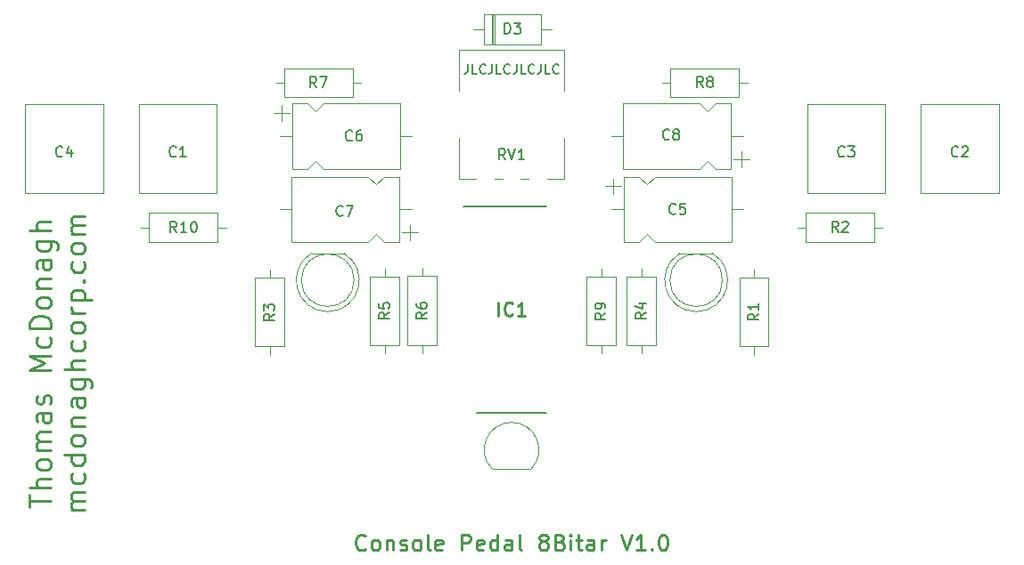
<source format=gbr>
G04 #@! TF.GenerationSoftware,KiCad,Pcbnew,(5.1.7)-1*
G04 #@! TF.CreationDate,2021-02-13T16:44:17-06:00*
G04 #@! TF.ProjectId,ConsolePedal8Bitar,436f6e73-6f6c-4655-9065-64616c384269,rev?*
G04 #@! TF.SameCoordinates,Original*
G04 #@! TF.FileFunction,Legend,Top*
G04 #@! TF.FilePolarity,Positive*
%FSLAX46Y46*%
G04 Gerber Fmt 4.6, Leading zero omitted, Abs format (unit mm)*
G04 Created by KiCad (PCBNEW (5.1.7)-1) date 2021-02-13 16:44:17*
%MOMM*%
%LPD*%
G01*
G04 APERTURE LIST*
%ADD10C,0.150000*%
%ADD11C,0.250000*%
%ADD12C,0.120000*%
%ADD13C,0.200000*%
%ADD14C,0.254000*%
G04 APERTURE END LIST*
D10*
X128557857Y-75707142D02*
X128557857Y-76350000D01*
X128515000Y-76478571D01*
X128429285Y-76564285D01*
X128300714Y-76607142D01*
X128215000Y-76607142D01*
X129415000Y-76607142D02*
X128986428Y-76607142D01*
X128986428Y-75707142D01*
X130229285Y-76521428D02*
X130186428Y-76564285D01*
X130057857Y-76607142D01*
X129972142Y-76607142D01*
X129843571Y-76564285D01*
X129757857Y-76478571D01*
X129715000Y-76392857D01*
X129672142Y-76221428D01*
X129672142Y-76092857D01*
X129715000Y-75921428D01*
X129757857Y-75835714D01*
X129843571Y-75750000D01*
X129972142Y-75707142D01*
X130057857Y-75707142D01*
X130186428Y-75750000D01*
X130229285Y-75792857D01*
X130872142Y-75707142D02*
X130872142Y-76350000D01*
X130829285Y-76478571D01*
X130743571Y-76564285D01*
X130615000Y-76607142D01*
X130529285Y-76607142D01*
X131729285Y-76607142D02*
X131300714Y-76607142D01*
X131300714Y-75707142D01*
X132543571Y-76521428D02*
X132500714Y-76564285D01*
X132372142Y-76607142D01*
X132286428Y-76607142D01*
X132157857Y-76564285D01*
X132072142Y-76478571D01*
X132029285Y-76392857D01*
X131986428Y-76221428D01*
X131986428Y-76092857D01*
X132029285Y-75921428D01*
X132072142Y-75835714D01*
X132157857Y-75750000D01*
X132286428Y-75707142D01*
X132372142Y-75707142D01*
X132500714Y-75750000D01*
X132543571Y-75792857D01*
X133186428Y-75707142D02*
X133186428Y-76350000D01*
X133143571Y-76478571D01*
X133057857Y-76564285D01*
X132929285Y-76607142D01*
X132843571Y-76607142D01*
X134043571Y-76607142D02*
X133615000Y-76607142D01*
X133615000Y-75707142D01*
X134857857Y-76521428D02*
X134815000Y-76564285D01*
X134686428Y-76607142D01*
X134600714Y-76607142D01*
X134472142Y-76564285D01*
X134386428Y-76478571D01*
X134343571Y-76392857D01*
X134300714Y-76221428D01*
X134300714Y-76092857D01*
X134343571Y-75921428D01*
X134386428Y-75835714D01*
X134472142Y-75750000D01*
X134600714Y-75707142D01*
X134686428Y-75707142D01*
X134815000Y-75750000D01*
X134857857Y-75792857D01*
X135500714Y-75707142D02*
X135500714Y-76350000D01*
X135457857Y-76478571D01*
X135372142Y-76564285D01*
X135243571Y-76607142D01*
X135157857Y-76607142D01*
X136357857Y-76607142D02*
X135929285Y-76607142D01*
X135929285Y-75707142D01*
X137172142Y-76521428D02*
X137129285Y-76564285D01*
X137000714Y-76607142D01*
X136915000Y-76607142D01*
X136786428Y-76564285D01*
X136700714Y-76478571D01*
X136657857Y-76392857D01*
X136615000Y-76221428D01*
X136615000Y-76092857D01*
X136657857Y-75921428D01*
X136700714Y-75835714D01*
X136786428Y-75750000D01*
X136915000Y-75707142D01*
X137000714Y-75707142D01*
X137129285Y-75750000D01*
X137172142Y-75792857D01*
D11*
X118822142Y-121820714D02*
X118750714Y-121892142D01*
X118536428Y-121963571D01*
X118393571Y-121963571D01*
X118179285Y-121892142D01*
X118036428Y-121749285D01*
X117964999Y-121606428D01*
X117893571Y-121320714D01*
X117893571Y-121106428D01*
X117964999Y-120820714D01*
X118036428Y-120677857D01*
X118179285Y-120535000D01*
X118393571Y-120463571D01*
X118536428Y-120463571D01*
X118750714Y-120535000D01*
X118822142Y-120606428D01*
X119679285Y-121963571D02*
X119536428Y-121892142D01*
X119464999Y-121820714D01*
X119393571Y-121677857D01*
X119393571Y-121249285D01*
X119464999Y-121106428D01*
X119536428Y-121035000D01*
X119679285Y-120963571D01*
X119893571Y-120963571D01*
X120036428Y-121035000D01*
X120107857Y-121106428D01*
X120179285Y-121249285D01*
X120179285Y-121677857D01*
X120107857Y-121820714D01*
X120036428Y-121892142D01*
X119893571Y-121963571D01*
X119679285Y-121963571D01*
X120822142Y-120963571D02*
X120822142Y-121963571D01*
X120822142Y-121106428D02*
X120893571Y-121035000D01*
X121036428Y-120963571D01*
X121250714Y-120963571D01*
X121393571Y-121035000D01*
X121464999Y-121177857D01*
X121464999Y-121963571D01*
X122107857Y-121892142D02*
X122250714Y-121963571D01*
X122536428Y-121963571D01*
X122679285Y-121892142D01*
X122750714Y-121749285D01*
X122750714Y-121677857D01*
X122679285Y-121535000D01*
X122536428Y-121463571D01*
X122322142Y-121463571D01*
X122179285Y-121392142D01*
X122107857Y-121249285D01*
X122107857Y-121177857D01*
X122179285Y-121035000D01*
X122322142Y-120963571D01*
X122536428Y-120963571D01*
X122679285Y-121035000D01*
X123607857Y-121963571D02*
X123464999Y-121892142D01*
X123393571Y-121820714D01*
X123322142Y-121677857D01*
X123322142Y-121249285D01*
X123393571Y-121106428D01*
X123464999Y-121035000D01*
X123607857Y-120963571D01*
X123822142Y-120963571D01*
X123965000Y-121035000D01*
X124036428Y-121106428D01*
X124107857Y-121249285D01*
X124107857Y-121677857D01*
X124036428Y-121820714D01*
X123965000Y-121892142D01*
X123822142Y-121963571D01*
X123607857Y-121963571D01*
X124965000Y-121963571D02*
X124822142Y-121892142D01*
X124750714Y-121749285D01*
X124750714Y-120463571D01*
X126107857Y-121892142D02*
X125964999Y-121963571D01*
X125679285Y-121963571D01*
X125536428Y-121892142D01*
X125464999Y-121749285D01*
X125464999Y-121177857D01*
X125536428Y-121035000D01*
X125679285Y-120963571D01*
X125964999Y-120963571D01*
X126107857Y-121035000D01*
X126179285Y-121177857D01*
X126179285Y-121320714D01*
X125464999Y-121463571D01*
X127964999Y-121963571D02*
X127964999Y-120463571D01*
X128536428Y-120463571D01*
X128679285Y-120535000D01*
X128750714Y-120606428D01*
X128822142Y-120749285D01*
X128822142Y-120963571D01*
X128750714Y-121106428D01*
X128679285Y-121177857D01*
X128536428Y-121249285D01*
X127964999Y-121249285D01*
X130036428Y-121892142D02*
X129893571Y-121963571D01*
X129607857Y-121963571D01*
X129464999Y-121892142D01*
X129393571Y-121749285D01*
X129393571Y-121177857D01*
X129464999Y-121035000D01*
X129607857Y-120963571D01*
X129893571Y-120963571D01*
X130036428Y-121035000D01*
X130107857Y-121177857D01*
X130107857Y-121320714D01*
X129393571Y-121463571D01*
X131393571Y-121963571D02*
X131393571Y-120463571D01*
X131393571Y-121892142D02*
X131250714Y-121963571D01*
X130964999Y-121963571D01*
X130822142Y-121892142D01*
X130750714Y-121820714D01*
X130679285Y-121677857D01*
X130679285Y-121249285D01*
X130750714Y-121106428D01*
X130822142Y-121035000D01*
X130964999Y-120963571D01*
X131250714Y-120963571D01*
X131393571Y-121035000D01*
X132750714Y-121963571D02*
X132750714Y-121177857D01*
X132679285Y-121035000D01*
X132536428Y-120963571D01*
X132250714Y-120963571D01*
X132107857Y-121035000D01*
X132750714Y-121892142D02*
X132607857Y-121963571D01*
X132250714Y-121963571D01*
X132107857Y-121892142D01*
X132036428Y-121749285D01*
X132036428Y-121606428D01*
X132107857Y-121463571D01*
X132250714Y-121392142D01*
X132607857Y-121392142D01*
X132750714Y-121320714D01*
X133679285Y-121963571D02*
X133536428Y-121892142D01*
X133464999Y-121749285D01*
X133464999Y-120463571D01*
X135607857Y-121106428D02*
X135465000Y-121035000D01*
X135393571Y-120963571D01*
X135322142Y-120820714D01*
X135322142Y-120749285D01*
X135393571Y-120606428D01*
X135465000Y-120535000D01*
X135607857Y-120463571D01*
X135893571Y-120463571D01*
X136036428Y-120535000D01*
X136107857Y-120606428D01*
X136179285Y-120749285D01*
X136179285Y-120820714D01*
X136107857Y-120963571D01*
X136036428Y-121035000D01*
X135893571Y-121106428D01*
X135607857Y-121106428D01*
X135465000Y-121177857D01*
X135393571Y-121249285D01*
X135322142Y-121392142D01*
X135322142Y-121677857D01*
X135393571Y-121820714D01*
X135465000Y-121892142D01*
X135607857Y-121963571D01*
X135893571Y-121963571D01*
X136036428Y-121892142D01*
X136107857Y-121820714D01*
X136179285Y-121677857D01*
X136179285Y-121392142D01*
X136107857Y-121249285D01*
X136036428Y-121177857D01*
X135893571Y-121106428D01*
X137322142Y-121177857D02*
X137536428Y-121249285D01*
X137607857Y-121320714D01*
X137679285Y-121463571D01*
X137679285Y-121677857D01*
X137607857Y-121820714D01*
X137536428Y-121892142D01*
X137393571Y-121963571D01*
X136822142Y-121963571D01*
X136822142Y-120463571D01*
X137322142Y-120463571D01*
X137465000Y-120535000D01*
X137536428Y-120606428D01*
X137607857Y-120749285D01*
X137607857Y-120892142D01*
X137536428Y-121035000D01*
X137465000Y-121106428D01*
X137322142Y-121177857D01*
X136822142Y-121177857D01*
X138322142Y-121963571D02*
X138322142Y-120963571D01*
X138322142Y-120463571D02*
X138250714Y-120535000D01*
X138322142Y-120606428D01*
X138393571Y-120535000D01*
X138322142Y-120463571D01*
X138322142Y-120606428D01*
X138822142Y-120963571D02*
X139393571Y-120963571D01*
X139036428Y-120463571D02*
X139036428Y-121749285D01*
X139107857Y-121892142D01*
X139250714Y-121963571D01*
X139393571Y-121963571D01*
X140536428Y-121963571D02*
X140536428Y-121177857D01*
X140465000Y-121035000D01*
X140322142Y-120963571D01*
X140036428Y-120963571D01*
X139893571Y-121035000D01*
X140536428Y-121892142D02*
X140393571Y-121963571D01*
X140036428Y-121963571D01*
X139893571Y-121892142D01*
X139822142Y-121749285D01*
X139822142Y-121606428D01*
X139893571Y-121463571D01*
X140036428Y-121392142D01*
X140393571Y-121392142D01*
X140536428Y-121320714D01*
X141250714Y-121963571D02*
X141250714Y-120963571D01*
X141250714Y-121249285D02*
X141322142Y-121106428D01*
X141393571Y-121035000D01*
X141536428Y-120963571D01*
X141679285Y-120963571D01*
X143107857Y-120463571D02*
X143607857Y-121963571D01*
X144107857Y-120463571D01*
X145393571Y-121963571D02*
X144536428Y-121963571D01*
X144965000Y-121963571D02*
X144965000Y-120463571D01*
X144822142Y-120677857D01*
X144679285Y-120820714D01*
X144536428Y-120892142D01*
X146036428Y-121820714D02*
X146107857Y-121892142D01*
X146036428Y-121963571D01*
X145965000Y-121892142D01*
X146036428Y-121820714D01*
X146036428Y-121963571D01*
X147036428Y-120463571D02*
X147179285Y-120463571D01*
X147322142Y-120535000D01*
X147393571Y-120606428D01*
X147465000Y-120749285D01*
X147536428Y-121035000D01*
X147536428Y-121392142D01*
X147465000Y-121677857D01*
X147393571Y-121820714D01*
X147322142Y-121892142D01*
X147179285Y-121963571D01*
X147036428Y-121963571D01*
X146893571Y-121892142D01*
X146822142Y-121820714D01*
X146750714Y-121677857D01*
X146679285Y-121392142D01*
X146679285Y-121035000D01*
X146750714Y-120749285D01*
X146822142Y-120606428D01*
X146893571Y-120535000D01*
X147036428Y-120463571D01*
X86941761Y-117854285D02*
X86941761Y-116711428D01*
X88941761Y-117282857D02*
X86941761Y-117282857D01*
X88941761Y-116044761D02*
X86941761Y-116044761D01*
X88941761Y-115187619D02*
X87894142Y-115187619D01*
X87703666Y-115282857D01*
X87608428Y-115473333D01*
X87608428Y-115759047D01*
X87703666Y-115949523D01*
X87798904Y-116044761D01*
X88941761Y-113949523D02*
X88846523Y-114140000D01*
X88751285Y-114235238D01*
X88560809Y-114330476D01*
X87989380Y-114330476D01*
X87798904Y-114235238D01*
X87703666Y-114140000D01*
X87608428Y-113949523D01*
X87608428Y-113663809D01*
X87703666Y-113473333D01*
X87798904Y-113378095D01*
X87989380Y-113282857D01*
X88560809Y-113282857D01*
X88751285Y-113378095D01*
X88846523Y-113473333D01*
X88941761Y-113663809D01*
X88941761Y-113949523D01*
X88941761Y-112425714D02*
X87608428Y-112425714D01*
X87798904Y-112425714D02*
X87703666Y-112330476D01*
X87608428Y-112140000D01*
X87608428Y-111854285D01*
X87703666Y-111663809D01*
X87894142Y-111568571D01*
X88941761Y-111568571D01*
X87894142Y-111568571D02*
X87703666Y-111473333D01*
X87608428Y-111282857D01*
X87608428Y-110997142D01*
X87703666Y-110806666D01*
X87894142Y-110711428D01*
X88941761Y-110711428D01*
X88941761Y-108901904D02*
X87894142Y-108901904D01*
X87703666Y-108997142D01*
X87608428Y-109187619D01*
X87608428Y-109568571D01*
X87703666Y-109759047D01*
X88846523Y-108901904D02*
X88941761Y-109092380D01*
X88941761Y-109568571D01*
X88846523Y-109759047D01*
X88656047Y-109854285D01*
X88465571Y-109854285D01*
X88275095Y-109759047D01*
X88179857Y-109568571D01*
X88179857Y-109092380D01*
X88084619Y-108901904D01*
X88846523Y-108044761D02*
X88941761Y-107854285D01*
X88941761Y-107473333D01*
X88846523Y-107282857D01*
X88656047Y-107187619D01*
X88560809Y-107187619D01*
X88370333Y-107282857D01*
X88275095Y-107473333D01*
X88275095Y-107759047D01*
X88179857Y-107949523D01*
X87989380Y-108044761D01*
X87894142Y-108044761D01*
X87703666Y-107949523D01*
X87608428Y-107759047D01*
X87608428Y-107473333D01*
X87703666Y-107282857D01*
X88941761Y-104806666D02*
X86941761Y-104806666D01*
X88370333Y-104140000D01*
X86941761Y-103473333D01*
X88941761Y-103473333D01*
X88846523Y-101663809D02*
X88941761Y-101854285D01*
X88941761Y-102235238D01*
X88846523Y-102425714D01*
X88751285Y-102520952D01*
X88560809Y-102616190D01*
X87989380Y-102616190D01*
X87798904Y-102520952D01*
X87703666Y-102425714D01*
X87608428Y-102235238D01*
X87608428Y-101854285D01*
X87703666Y-101663809D01*
X88941761Y-100806666D02*
X86941761Y-100806666D01*
X86941761Y-100330476D01*
X87037000Y-100044761D01*
X87227476Y-99854285D01*
X87417952Y-99759047D01*
X87798904Y-99663809D01*
X88084619Y-99663809D01*
X88465571Y-99759047D01*
X88656047Y-99854285D01*
X88846523Y-100044761D01*
X88941761Y-100330476D01*
X88941761Y-100806666D01*
X88941761Y-98520952D02*
X88846523Y-98711428D01*
X88751285Y-98806666D01*
X88560809Y-98901904D01*
X87989380Y-98901904D01*
X87798904Y-98806666D01*
X87703666Y-98711428D01*
X87608428Y-98520952D01*
X87608428Y-98235238D01*
X87703666Y-98044761D01*
X87798904Y-97949523D01*
X87989380Y-97854285D01*
X88560809Y-97854285D01*
X88751285Y-97949523D01*
X88846523Y-98044761D01*
X88941761Y-98235238D01*
X88941761Y-98520952D01*
X87608428Y-96997142D02*
X88941761Y-96997142D01*
X87798904Y-96997142D02*
X87703666Y-96901904D01*
X87608428Y-96711428D01*
X87608428Y-96425714D01*
X87703666Y-96235238D01*
X87894142Y-96140000D01*
X88941761Y-96140000D01*
X88941761Y-94330476D02*
X87894142Y-94330476D01*
X87703666Y-94425714D01*
X87608428Y-94616190D01*
X87608428Y-94997142D01*
X87703666Y-95187619D01*
X88846523Y-94330476D02*
X88941761Y-94520952D01*
X88941761Y-94997142D01*
X88846523Y-95187619D01*
X88656047Y-95282857D01*
X88465571Y-95282857D01*
X88275095Y-95187619D01*
X88179857Y-94997142D01*
X88179857Y-94520952D01*
X88084619Y-94330476D01*
X87608428Y-92520952D02*
X89227476Y-92520952D01*
X89417952Y-92616190D01*
X89513190Y-92711428D01*
X89608428Y-92901904D01*
X89608428Y-93187619D01*
X89513190Y-93378095D01*
X88846523Y-92520952D02*
X88941761Y-92711428D01*
X88941761Y-93092380D01*
X88846523Y-93282857D01*
X88751285Y-93378095D01*
X88560809Y-93473333D01*
X87989380Y-93473333D01*
X87798904Y-93378095D01*
X87703666Y-93282857D01*
X87608428Y-93092380D01*
X87608428Y-92711428D01*
X87703666Y-92520952D01*
X88941761Y-91568571D02*
X86941761Y-91568571D01*
X88941761Y-90711428D02*
X87894142Y-90711428D01*
X87703666Y-90806666D01*
X87608428Y-90997142D01*
X87608428Y-91282857D01*
X87703666Y-91473333D01*
X87798904Y-91568571D01*
X92191761Y-118140000D02*
X90858428Y-118140000D01*
X91048904Y-118140000D02*
X90953666Y-118044761D01*
X90858428Y-117854285D01*
X90858428Y-117568571D01*
X90953666Y-117378095D01*
X91144142Y-117282857D01*
X92191761Y-117282857D01*
X91144142Y-117282857D02*
X90953666Y-117187619D01*
X90858428Y-116997142D01*
X90858428Y-116711428D01*
X90953666Y-116520952D01*
X91144142Y-116425714D01*
X92191761Y-116425714D01*
X92096523Y-114616190D02*
X92191761Y-114806666D01*
X92191761Y-115187619D01*
X92096523Y-115378095D01*
X92001285Y-115473333D01*
X91810809Y-115568571D01*
X91239380Y-115568571D01*
X91048904Y-115473333D01*
X90953666Y-115378095D01*
X90858428Y-115187619D01*
X90858428Y-114806666D01*
X90953666Y-114616190D01*
X92191761Y-112901904D02*
X90191761Y-112901904D01*
X92096523Y-112901904D02*
X92191761Y-113092380D01*
X92191761Y-113473333D01*
X92096523Y-113663809D01*
X92001285Y-113759047D01*
X91810809Y-113854285D01*
X91239380Y-113854285D01*
X91048904Y-113759047D01*
X90953666Y-113663809D01*
X90858428Y-113473333D01*
X90858428Y-113092380D01*
X90953666Y-112901904D01*
X92191761Y-111663809D02*
X92096523Y-111854285D01*
X92001285Y-111949523D01*
X91810809Y-112044761D01*
X91239380Y-112044761D01*
X91048904Y-111949523D01*
X90953666Y-111854285D01*
X90858428Y-111663809D01*
X90858428Y-111378095D01*
X90953666Y-111187619D01*
X91048904Y-111092380D01*
X91239380Y-110997142D01*
X91810809Y-110997142D01*
X92001285Y-111092380D01*
X92096523Y-111187619D01*
X92191761Y-111378095D01*
X92191761Y-111663809D01*
X90858428Y-110140000D02*
X92191761Y-110140000D01*
X91048904Y-110140000D02*
X90953666Y-110044761D01*
X90858428Y-109854285D01*
X90858428Y-109568571D01*
X90953666Y-109378095D01*
X91144142Y-109282857D01*
X92191761Y-109282857D01*
X92191761Y-107473333D02*
X91144142Y-107473333D01*
X90953666Y-107568571D01*
X90858428Y-107759047D01*
X90858428Y-108140000D01*
X90953666Y-108330476D01*
X92096523Y-107473333D02*
X92191761Y-107663809D01*
X92191761Y-108140000D01*
X92096523Y-108330476D01*
X91906047Y-108425714D01*
X91715571Y-108425714D01*
X91525095Y-108330476D01*
X91429857Y-108140000D01*
X91429857Y-107663809D01*
X91334619Y-107473333D01*
X90858428Y-105663809D02*
X92477476Y-105663809D01*
X92667952Y-105759047D01*
X92763190Y-105854285D01*
X92858428Y-106044761D01*
X92858428Y-106330476D01*
X92763190Y-106520952D01*
X92096523Y-105663809D02*
X92191761Y-105854285D01*
X92191761Y-106235238D01*
X92096523Y-106425714D01*
X92001285Y-106520952D01*
X91810809Y-106616190D01*
X91239380Y-106616190D01*
X91048904Y-106520952D01*
X90953666Y-106425714D01*
X90858428Y-106235238D01*
X90858428Y-105854285D01*
X90953666Y-105663809D01*
X92191761Y-104711428D02*
X90191761Y-104711428D01*
X92191761Y-103854285D02*
X91144142Y-103854285D01*
X90953666Y-103949523D01*
X90858428Y-104140000D01*
X90858428Y-104425714D01*
X90953666Y-104616190D01*
X91048904Y-104711428D01*
X92096523Y-102044761D02*
X92191761Y-102235238D01*
X92191761Y-102616190D01*
X92096523Y-102806666D01*
X92001285Y-102901904D01*
X91810809Y-102997142D01*
X91239380Y-102997142D01*
X91048904Y-102901904D01*
X90953666Y-102806666D01*
X90858428Y-102616190D01*
X90858428Y-102235238D01*
X90953666Y-102044761D01*
X92191761Y-100901904D02*
X92096523Y-101092380D01*
X92001285Y-101187619D01*
X91810809Y-101282857D01*
X91239380Y-101282857D01*
X91048904Y-101187619D01*
X90953666Y-101092380D01*
X90858428Y-100901904D01*
X90858428Y-100616190D01*
X90953666Y-100425714D01*
X91048904Y-100330476D01*
X91239380Y-100235238D01*
X91810809Y-100235238D01*
X92001285Y-100330476D01*
X92096523Y-100425714D01*
X92191761Y-100616190D01*
X92191761Y-100901904D01*
X92191761Y-99378095D02*
X90858428Y-99378095D01*
X91239380Y-99378095D02*
X91048904Y-99282857D01*
X90953666Y-99187619D01*
X90858428Y-98997142D01*
X90858428Y-98806666D01*
X90858428Y-98140000D02*
X92858428Y-98140000D01*
X90953666Y-98140000D02*
X90858428Y-97949523D01*
X90858428Y-97568571D01*
X90953666Y-97378095D01*
X91048904Y-97282857D01*
X91239380Y-97187619D01*
X91810809Y-97187619D01*
X92001285Y-97282857D01*
X92096523Y-97378095D01*
X92191761Y-97568571D01*
X92191761Y-97949523D01*
X92096523Y-98140000D01*
X92001285Y-96330476D02*
X92096523Y-96235238D01*
X92191761Y-96330476D01*
X92096523Y-96425714D01*
X92001285Y-96330476D01*
X92191761Y-96330476D01*
X92096523Y-94520952D02*
X92191761Y-94711428D01*
X92191761Y-95092380D01*
X92096523Y-95282857D01*
X92001285Y-95378095D01*
X91810809Y-95473333D01*
X91239380Y-95473333D01*
X91048904Y-95378095D01*
X90953666Y-95282857D01*
X90858428Y-95092380D01*
X90858428Y-94711428D01*
X90953666Y-94520952D01*
X92191761Y-93378095D02*
X92096523Y-93568571D01*
X92001285Y-93663809D01*
X91810809Y-93759047D01*
X91239380Y-93759047D01*
X91048904Y-93663809D01*
X90953666Y-93568571D01*
X90858428Y-93378095D01*
X90858428Y-93092380D01*
X90953666Y-92901904D01*
X91048904Y-92806666D01*
X91239380Y-92711428D01*
X91810809Y-92711428D01*
X92001285Y-92806666D01*
X92096523Y-92901904D01*
X92191761Y-93092380D01*
X92191761Y-93378095D01*
X92191761Y-91854285D02*
X90858428Y-91854285D01*
X91048904Y-91854285D02*
X90953666Y-91759047D01*
X90858428Y-91568571D01*
X90858428Y-91282857D01*
X90953666Y-91092380D01*
X91144142Y-90997142D01*
X92191761Y-90997142D01*
X91144142Y-90997142D02*
X90953666Y-90901904D01*
X90858428Y-90711428D01*
X90858428Y-90425714D01*
X90953666Y-90235238D01*
X91144142Y-90140000D01*
X92191761Y-90140000D01*
D12*
G04 #@! TO.C,D1*
X116795000Y-93710000D02*
X113705000Y-93710000D01*
X117750000Y-96270000D02*
G75*
G03*
X117750000Y-96270000I-2500000J0D01*
G01*
X115249538Y-99260000D02*
G75*
G03*
X116794830Y-93710000I462J2990000D01*
G01*
X115250462Y-99260000D02*
G75*
G02*
X113705170Y-93710000I-462J2990000D01*
G01*
G04 #@! TO.C,D2*
X152750000Y-96270000D02*
G75*
G03*
X152750000Y-96270000I-2500000J0D01*
G01*
X151795000Y-93710000D02*
X148705000Y-93710000D01*
X150250462Y-99260000D02*
G75*
G02*
X148705170Y-93710000I-462J2990000D01*
G01*
X150249538Y-99260000D02*
G75*
G03*
X151794830Y-93710000I462J2990000D01*
G01*
G04 #@! TO.C,R3*
X109728000Y-95274000D02*
X109728000Y-96044000D01*
X109728000Y-103354000D02*
X109728000Y-102584000D01*
X108358000Y-96044000D02*
X108358000Y-102584000D01*
X111098000Y-96044000D02*
X108358000Y-96044000D01*
X111098000Y-102584000D02*
X111098000Y-96044000D01*
X108358000Y-102584000D02*
X111098000Y-102584000D01*
G04 #@! TO.C,C1*
X104725000Y-87984000D02*
X97285000Y-87984000D01*
X104725000Y-79494000D02*
X97285000Y-79494000D01*
X104725000Y-87984000D02*
X104725000Y-79494000D01*
X97285000Y-87984000D02*
X97285000Y-79494000D01*
G04 #@! TO.C,C2*
X171580000Y-87984000D02*
X171580000Y-79494000D01*
X179020000Y-87984000D02*
X179020000Y-79494000D01*
X179020000Y-79494000D02*
X171580000Y-79494000D01*
X179020000Y-87984000D02*
X171580000Y-87984000D01*
G04 #@! TO.C,C3*
X168225000Y-87984000D02*
X160785000Y-87984000D01*
X168225000Y-79494000D02*
X160785000Y-79494000D01*
X168225000Y-87984000D02*
X168225000Y-79494000D01*
X160785000Y-87984000D02*
X160785000Y-79494000D01*
G04 #@! TO.C,C4*
X86490000Y-87984000D02*
X86490000Y-79494000D01*
X93930000Y-87984000D02*
X93930000Y-79494000D01*
X93930000Y-79494000D02*
X86490000Y-79494000D01*
X93930000Y-87984000D02*
X86490000Y-87984000D01*
G04 #@! TO.C,C5*
X141600000Y-87335000D02*
X143100000Y-87335000D01*
X142350000Y-86585000D02*
X142350000Y-88085000D01*
X143350000Y-86415000D02*
X143350000Y-92655000D01*
X153590000Y-86415000D02*
X153590000Y-92655000D01*
X143350000Y-86415000D02*
X144850000Y-86415000D01*
X144850000Y-86415000D02*
X145600000Y-87165000D01*
X145600000Y-87165000D02*
X146350000Y-86415000D01*
X146350000Y-86415000D02*
X153590000Y-86415000D01*
X143350000Y-92655000D02*
X144850000Y-92655000D01*
X144850000Y-92655000D02*
X145600000Y-91905000D01*
X145600000Y-91905000D02*
X146350000Y-92655000D01*
X146350000Y-92655000D02*
X153590000Y-92655000D01*
X142210000Y-89535000D02*
X143350000Y-89535000D01*
X154730000Y-89535000D02*
X153590000Y-89535000D01*
G04 #@! TO.C,C6*
X110104000Y-80350000D02*
X111604000Y-80350000D01*
X110854000Y-79600000D02*
X110854000Y-81100000D01*
X111854000Y-79430000D02*
X111854000Y-85670000D01*
X122094000Y-79430000D02*
X122094000Y-85670000D01*
X111854000Y-79430000D02*
X113354000Y-79430000D01*
X113354000Y-79430000D02*
X114104000Y-80180000D01*
X114104000Y-80180000D02*
X114854000Y-79430000D01*
X114854000Y-79430000D02*
X122094000Y-79430000D01*
X111854000Y-85670000D02*
X113354000Y-85670000D01*
X113354000Y-85670000D02*
X114104000Y-84920000D01*
X114104000Y-84920000D02*
X114854000Y-85670000D01*
X114854000Y-85670000D02*
X122094000Y-85670000D01*
X110714000Y-82550000D02*
X111854000Y-82550000D01*
X123234000Y-82550000D02*
X122094000Y-82550000D01*
G04 #@! TO.C,C7*
X110700000Y-89535000D02*
X111840000Y-89535000D01*
X123220000Y-89535000D02*
X122080000Y-89535000D01*
X119080000Y-86415000D02*
X111840000Y-86415000D01*
X119830000Y-87165000D02*
X119080000Y-86415000D01*
X120580000Y-86415000D02*
X119830000Y-87165000D01*
X122080000Y-86415000D02*
X120580000Y-86415000D01*
X119080000Y-92655000D02*
X111840000Y-92655000D01*
X119830000Y-91905000D02*
X119080000Y-92655000D01*
X120580000Y-92655000D02*
X119830000Y-91905000D01*
X122080000Y-92655000D02*
X120580000Y-92655000D01*
X111840000Y-92655000D02*
X111840000Y-86415000D01*
X122080000Y-92655000D02*
X122080000Y-86415000D01*
X123080000Y-92485000D02*
X123080000Y-90985000D01*
X123830000Y-91735000D02*
X122330000Y-91735000D01*
G04 #@! TO.C,C8*
X142196000Y-82550000D02*
X143336000Y-82550000D01*
X154716000Y-82550000D02*
X153576000Y-82550000D01*
X150576000Y-79430000D02*
X143336000Y-79430000D01*
X151326000Y-80180000D02*
X150576000Y-79430000D01*
X152076000Y-79430000D02*
X151326000Y-80180000D01*
X153576000Y-79430000D02*
X152076000Y-79430000D01*
X150576000Y-85670000D02*
X143336000Y-85670000D01*
X151326000Y-84920000D02*
X150576000Y-85670000D01*
X152076000Y-85670000D02*
X151326000Y-84920000D01*
X153576000Y-85670000D02*
X152076000Y-85670000D01*
X143336000Y-85670000D02*
X143336000Y-79430000D01*
X153576000Y-85670000D02*
X153576000Y-79430000D01*
X154576000Y-85500000D02*
X154576000Y-84000000D01*
X155326000Y-84750000D02*
X153826000Y-84750000D01*
G04 #@! TO.C,D3*
X130838500Y-70920000D02*
X130838500Y-73860000D01*
X131078500Y-70920000D02*
X131078500Y-73860000D01*
X130958500Y-70920000D02*
X130958500Y-73860000D01*
X136518500Y-72390000D02*
X135498500Y-72390000D01*
X129038500Y-72390000D02*
X130058500Y-72390000D01*
X135498500Y-70920000D02*
X130058500Y-70920000D01*
X135498500Y-73860000D02*
X135498500Y-70920000D01*
X130058500Y-73860000D02*
X135498500Y-73860000D01*
X130058500Y-70920000D02*
X130058500Y-73860000D01*
D13*
G04 #@! TO.C,IC1*
X129415000Y-108905000D02*
X136015000Y-108905000D01*
X128180000Y-89215000D02*
X136015000Y-89215000D01*
D12*
G04 #@! TO.C,Q1*
X130915000Y-114245000D02*
X134515000Y-114245000D01*
X130876522Y-114233478D02*
G75*
G02*
X132715000Y-109795000I1838478J1838478D01*
G01*
X134553478Y-114233478D02*
G75*
G03*
X132715000Y-109795000I-1838478J1838478D01*
G01*
G04 #@! TO.C,R1*
X155765500Y-95274000D02*
X155765500Y-96044000D01*
X155765500Y-103354000D02*
X155765500Y-102584000D01*
X154395500Y-96044000D02*
X154395500Y-102584000D01*
X157135500Y-96044000D02*
X154395500Y-96044000D01*
X157135500Y-102584000D02*
X157135500Y-96044000D01*
X154395500Y-102584000D02*
X157135500Y-102584000D01*
G04 #@! TO.C,R2*
X167933500Y-91249500D02*
X167163500Y-91249500D01*
X159853500Y-91249500D02*
X160623500Y-91249500D01*
X167163500Y-89879500D02*
X160623500Y-89879500D01*
X167163500Y-92619500D02*
X167163500Y-89879500D01*
X160623500Y-92619500D02*
X167163500Y-92619500D01*
X160623500Y-89879500D02*
X160623500Y-92619500D01*
G04 #@! TO.C,R4*
X143664000Y-102457000D02*
X146404000Y-102457000D01*
X146404000Y-102457000D02*
X146404000Y-95917000D01*
X146404000Y-95917000D02*
X143664000Y-95917000D01*
X143664000Y-95917000D02*
X143664000Y-102457000D01*
X145034000Y-103227000D02*
X145034000Y-102457000D01*
X145034000Y-95147000D02*
X145034000Y-95917000D01*
G04 #@! TO.C,R5*
X120650000Y-103227000D02*
X120650000Y-102457000D01*
X120650000Y-95147000D02*
X120650000Y-95917000D01*
X122020000Y-102457000D02*
X122020000Y-95917000D01*
X119280000Y-102457000D02*
X122020000Y-102457000D01*
X119280000Y-95917000D02*
X119280000Y-102457000D01*
X122020000Y-95917000D02*
X119280000Y-95917000D01*
G04 #@! TO.C,R6*
X122836000Y-102431600D02*
X125576000Y-102431600D01*
X125576000Y-102431600D02*
X125576000Y-95891600D01*
X125576000Y-95891600D02*
X122836000Y-95891600D01*
X122836000Y-95891600D02*
X122836000Y-102431600D01*
X124206000Y-103201600D02*
X124206000Y-102431600D01*
X124206000Y-95121600D02*
X124206000Y-95891600D01*
G04 #@! TO.C,R7*
X110323500Y-77470000D02*
X111093500Y-77470000D01*
X118403500Y-77470000D02*
X117633500Y-77470000D01*
X111093500Y-78840000D02*
X117633500Y-78840000D01*
X111093500Y-76100000D02*
X111093500Y-78840000D01*
X117633500Y-76100000D02*
X111093500Y-76100000D01*
X117633500Y-78840000D02*
X117633500Y-76100000D01*
G04 #@! TO.C,R8*
X155106500Y-77470000D02*
X154336500Y-77470000D01*
X147026500Y-77470000D02*
X147796500Y-77470000D01*
X154336500Y-76100000D02*
X147796500Y-76100000D01*
X154336500Y-78840000D02*
X154336500Y-76100000D01*
X147796500Y-78840000D02*
X154336500Y-78840000D01*
X147796500Y-76100000D02*
X147796500Y-78840000D01*
G04 #@! TO.C,R9*
X142594000Y-95917000D02*
X139854000Y-95917000D01*
X139854000Y-95917000D02*
X139854000Y-102457000D01*
X139854000Y-102457000D02*
X142594000Y-102457000D01*
X142594000Y-102457000D02*
X142594000Y-95917000D01*
X141224000Y-95147000D02*
X141224000Y-95917000D01*
X141224000Y-103227000D02*
X141224000Y-102457000D01*
G04 #@! TO.C,R10*
X104806500Y-92619500D02*
X104806500Y-89879500D01*
X104806500Y-89879500D02*
X98266500Y-89879500D01*
X98266500Y-89879500D02*
X98266500Y-92619500D01*
X98266500Y-92619500D02*
X104806500Y-92619500D01*
X105576500Y-91249500D02*
X104806500Y-91249500D01*
X97496500Y-91249500D02*
X98266500Y-91249500D01*
G04 #@! TO.C,RV1*
X127745000Y-74380000D02*
X137685000Y-74380000D01*
X136085000Y-86620000D02*
X137685000Y-86620000D01*
X133586000Y-86620000D02*
X134345000Y-86620000D01*
X131086000Y-86620000D02*
X131845000Y-86620000D01*
X127745000Y-86620000D02*
X129344000Y-86620000D01*
X137685000Y-78245000D02*
X137685000Y-74380000D01*
X137685000Y-86620000D02*
X137685000Y-82755000D01*
X127745000Y-78245000D02*
X127745000Y-74380000D01*
X127745000Y-86620000D02*
X127745000Y-82755000D01*
G04 #@! TO.C,R3*
D10*
X110180380Y-99480666D02*
X109704190Y-99814000D01*
X110180380Y-100052095D02*
X109180380Y-100052095D01*
X109180380Y-99671142D01*
X109228000Y-99575904D01*
X109275619Y-99528285D01*
X109370857Y-99480666D01*
X109513714Y-99480666D01*
X109608952Y-99528285D01*
X109656571Y-99575904D01*
X109704190Y-99671142D01*
X109704190Y-100052095D01*
X109180380Y-99147333D02*
X109180380Y-98528285D01*
X109561333Y-98861619D01*
X109561333Y-98718761D01*
X109608952Y-98623523D01*
X109656571Y-98575904D01*
X109751809Y-98528285D01*
X109989904Y-98528285D01*
X110085142Y-98575904D01*
X110132761Y-98623523D01*
X110180380Y-98718761D01*
X110180380Y-99004476D01*
X110132761Y-99099714D01*
X110085142Y-99147333D01*
G04 #@! TO.C,C1*
X100838333Y-84431142D02*
X100790714Y-84478761D01*
X100647857Y-84526380D01*
X100552619Y-84526380D01*
X100409761Y-84478761D01*
X100314523Y-84383523D01*
X100266904Y-84288285D01*
X100219285Y-84097809D01*
X100219285Y-83954952D01*
X100266904Y-83764476D01*
X100314523Y-83669238D01*
X100409761Y-83574000D01*
X100552619Y-83526380D01*
X100647857Y-83526380D01*
X100790714Y-83574000D01*
X100838333Y-83621619D01*
X101790714Y-84526380D02*
X101219285Y-84526380D01*
X101505000Y-84526380D02*
X101505000Y-83526380D01*
X101409761Y-83669238D01*
X101314523Y-83764476D01*
X101219285Y-83812095D01*
G04 #@! TO.C,C2*
X175133333Y-84431142D02*
X175085714Y-84478761D01*
X174942857Y-84526380D01*
X174847619Y-84526380D01*
X174704761Y-84478761D01*
X174609523Y-84383523D01*
X174561904Y-84288285D01*
X174514285Y-84097809D01*
X174514285Y-83954952D01*
X174561904Y-83764476D01*
X174609523Y-83669238D01*
X174704761Y-83574000D01*
X174847619Y-83526380D01*
X174942857Y-83526380D01*
X175085714Y-83574000D01*
X175133333Y-83621619D01*
X175514285Y-83621619D02*
X175561904Y-83574000D01*
X175657142Y-83526380D01*
X175895238Y-83526380D01*
X175990476Y-83574000D01*
X176038095Y-83621619D01*
X176085714Y-83716857D01*
X176085714Y-83812095D01*
X176038095Y-83954952D01*
X175466666Y-84526380D01*
X176085714Y-84526380D01*
G04 #@! TO.C,C3*
X164338333Y-84431142D02*
X164290714Y-84478761D01*
X164147857Y-84526380D01*
X164052619Y-84526380D01*
X163909761Y-84478761D01*
X163814523Y-84383523D01*
X163766904Y-84288285D01*
X163719285Y-84097809D01*
X163719285Y-83954952D01*
X163766904Y-83764476D01*
X163814523Y-83669238D01*
X163909761Y-83574000D01*
X164052619Y-83526380D01*
X164147857Y-83526380D01*
X164290714Y-83574000D01*
X164338333Y-83621619D01*
X164671666Y-83526380D02*
X165290714Y-83526380D01*
X164957380Y-83907333D01*
X165100238Y-83907333D01*
X165195476Y-83954952D01*
X165243095Y-84002571D01*
X165290714Y-84097809D01*
X165290714Y-84335904D01*
X165243095Y-84431142D01*
X165195476Y-84478761D01*
X165100238Y-84526380D01*
X164814523Y-84526380D01*
X164719285Y-84478761D01*
X164671666Y-84431142D01*
G04 #@! TO.C,C4*
X90043333Y-84431142D02*
X89995714Y-84478761D01*
X89852857Y-84526380D01*
X89757619Y-84526380D01*
X89614761Y-84478761D01*
X89519523Y-84383523D01*
X89471904Y-84288285D01*
X89424285Y-84097809D01*
X89424285Y-83954952D01*
X89471904Y-83764476D01*
X89519523Y-83669238D01*
X89614761Y-83574000D01*
X89757619Y-83526380D01*
X89852857Y-83526380D01*
X89995714Y-83574000D01*
X90043333Y-83621619D01*
X90900476Y-83859714D02*
X90900476Y-84526380D01*
X90662380Y-83478761D02*
X90424285Y-84193047D01*
X91043333Y-84193047D01*
G04 #@! TO.C,C5*
X148303333Y-89892142D02*
X148255714Y-89939761D01*
X148112857Y-89987380D01*
X148017619Y-89987380D01*
X147874761Y-89939761D01*
X147779523Y-89844523D01*
X147731904Y-89749285D01*
X147684285Y-89558809D01*
X147684285Y-89415952D01*
X147731904Y-89225476D01*
X147779523Y-89130238D01*
X147874761Y-89035000D01*
X148017619Y-88987380D01*
X148112857Y-88987380D01*
X148255714Y-89035000D01*
X148303333Y-89082619D01*
X149208095Y-88987380D02*
X148731904Y-88987380D01*
X148684285Y-89463571D01*
X148731904Y-89415952D01*
X148827142Y-89368333D01*
X149065238Y-89368333D01*
X149160476Y-89415952D01*
X149208095Y-89463571D01*
X149255714Y-89558809D01*
X149255714Y-89796904D01*
X149208095Y-89892142D01*
X149160476Y-89939761D01*
X149065238Y-89987380D01*
X148827142Y-89987380D01*
X148731904Y-89939761D01*
X148684285Y-89892142D01*
G04 #@! TO.C,C6*
X117562333Y-82907142D02*
X117514714Y-82954761D01*
X117371857Y-83002380D01*
X117276619Y-83002380D01*
X117133761Y-82954761D01*
X117038523Y-82859523D01*
X116990904Y-82764285D01*
X116943285Y-82573809D01*
X116943285Y-82430952D01*
X116990904Y-82240476D01*
X117038523Y-82145238D01*
X117133761Y-82050000D01*
X117276619Y-82002380D01*
X117371857Y-82002380D01*
X117514714Y-82050000D01*
X117562333Y-82097619D01*
X118419476Y-82002380D02*
X118229000Y-82002380D01*
X118133761Y-82050000D01*
X118086142Y-82097619D01*
X117990904Y-82240476D01*
X117943285Y-82430952D01*
X117943285Y-82811904D01*
X117990904Y-82907142D01*
X118038523Y-82954761D01*
X118133761Y-83002380D01*
X118324238Y-83002380D01*
X118419476Y-82954761D01*
X118467095Y-82907142D01*
X118514714Y-82811904D01*
X118514714Y-82573809D01*
X118467095Y-82478571D01*
X118419476Y-82430952D01*
X118324238Y-82383333D01*
X118133761Y-82383333D01*
X118038523Y-82430952D01*
X117990904Y-82478571D01*
X117943285Y-82573809D01*
G04 #@! TO.C,C7*
X116678334Y-90080143D02*
X116630715Y-90127762D01*
X116487858Y-90175381D01*
X116392620Y-90175381D01*
X116249762Y-90127762D01*
X116154524Y-90032524D01*
X116106905Y-89937286D01*
X116059286Y-89746810D01*
X116059286Y-89603953D01*
X116106905Y-89413477D01*
X116154524Y-89318239D01*
X116249762Y-89223001D01*
X116392620Y-89175381D01*
X116487858Y-89175381D01*
X116630715Y-89223001D01*
X116678334Y-89270620D01*
X117011667Y-89175381D02*
X117678334Y-89175381D01*
X117249762Y-90175381D01*
G04 #@! TO.C,C8*
X147684334Y-82810143D02*
X147636715Y-82857762D01*
X147493858Y-82905381D01*
X147398620Y-82905381D01*
X147255762Y-82857762D01*
X147160524Y-82762524D01*
X147112905Y-82667286D01*
X147065286Y-82476810D01*
X147065286Y-82333953D01*
X147112905Y-82143477D01*
X147160524Y-82048239D01*
X147255762Y-81953001D01*
X147398620Y-81905381D01*
X147493858Y-81905381D01*
X147636715Y-81953001D01*
X147684334Y-82000620D01*
X148255762Y-82333953D02*
X148160524Y-82286334D01*
X148112905Y-82238715D01*
X148065286Y-82143477D01*
X148065286Y-82095858D01*
X148112905Y-82000620D01*
X148160524Y-81953001D01*
X148255762Y-81905381D01*
X148446239Y-81905381D01*
X148541477Y-81953001D01*
X148589096Y-82000620D01*
X148636715Y-82095858D01*
X148636715Y-82143477D01*
X148589096Y-82238715D01*
X148541477Y-82286334D01*
X148446239Y-82333953D01*
X148255762Y-82333953D01*
X148160524Y-82381572D01*
X148112905Y-82429191D01*
X148065286Y-82524429D01*
X148065286Y-82714905D01*
X148112905Y-82810143D01*
X148160524Y-82857762D01*
X148255762Y-82905381D01*
X148446239Y-82905381D01*
X148541477Y-82857762D01*
X148589096Y-82810143D01*
X148636715Y-82714905D01*
X148636715Y-82524429D01*
X148589096Y-82429191D01*
X148541477Y-82381572D01*
X148446239Y-82333953D01*
G04 #@! TO.C,D3*
X132040404Y-72792179D02*
X132040404Y-71792179D01*
X132278500Y-71792179D01*
X132421357Y-71839799D01*
X132516595Y-71935037D01*
X132564214Y-72030275D01*
X132611833Y-72220751D01*
X132611833Y-72363608D01*
X132564214Y-72554084D01*
X132516595Y-72649322D01*
X132421357Y-72744560D01*
X132278500Y-72792179D01*
X132040404Y-72792179D01*
X132945166Y-71792179D02*
X133564214Y-71792179D01*
X133230880Y-72173132D01*
X133373738Y-72173132D01*
X133468976Y-72220751D01*
X133516595Y-72268370D01*
X133564214Y-72363608D01*
X133564214Y-72601703D01*
X133516595Y-72696941D01*
X133468976Y-72744560D01*
X133373738Y-72792179D01*
X133088023Y-72792179D01*
X132992785Y-72744560D01*
X132945166Y-72696941D01*
G04 #@! TO.C,IC1*
D14*
X131475238Y-99634523D02*
X131475238Y-98364523D01*
X132805714Y-99513571D02*
X132745238Y-99574047D01*
X132563809Y-99634523D01*
X132442857Y-99634523D01*
X132261428Y-99574047D01*
X132140476Y-99453095D01*
X132080000Y-99332142D01*
X132019523Y-99090238D01*
X132019523Y-98908809D01*
X132080000Y-98666904D01*
X132140476Y-98545952D01*
X132261428Y-98425000D01*
X132442857Y-98364523D01*
X132563809Y-98364523D01*
X132745238Y-98425000D01*
X132805714Y-98485476D01*
X134015238Y-99634523D02*
X133289523Y-99634523D01*
X133652380Y-99634523D02*
X133652380Y-98364523D01*
X133531428Y-98545952D01*
X133410476Y-98666904D01*
X133289523Y-98727380D01*
G04 #@! TO.C,R1*
D10*
X156183279Y-99464067D02*
X155707089Y-99797401D01*
X156183279Y-100035496D02*
X155183279Y-100035496D01*
X155183279Y-99654543D01*
X155230899Y-99559305D01*
X155278518Y-99511686D01*
X155373756Y-99464067D01*
X155516613Y-99464067D01*
X155611851Y-99511686D01*
X155659470Y-99559305D01*
X155707089Y-99654543D01*
X155707089Y-100035496D01*
X156183279Y-98511686D02*
X156183279Y-99083115D01*
X156183279Y-98797401D02*
X155183279Y-98797401D01*
X155326137Y-98892639D01*
X155421375Y-98987877D01*
X155468994Y-99083115D01*
G04 #@! TO.C,R2*
X163743032Y-91667279D02*
X163409699Y-91191089D01*
X163171603Y-91667279D02*
X163171603Y-90667279D01*
X163552556Y-90667279D01*
X163647794Y-90714899D01*
X163695413Y-90762518D01*
X163743032Y-90857756D01*
X163743032Y-91000613D01*
X163695413Y-91095851D01*
X163647794Y-91143470D01*
X163552556Y-91191089D01*
X163171603Y-91191089D01*
X164123984Y-90762518D02*
X164171603Y-90714899D01*
X164266841Y-90667279D01*
X164504937Y-90667279D01*
X164600175Y-90714899D01*
X164647794Y-90762518D01*
X164695413Y-90857756D01*
X164695413Y-90952994D01*
X164647794Y-91095851D01*
X164076365Y-91667279D01*
X164695413Y-91667279D01*
G04 #@! TO.C,R4*
X145465779Y-99353666D02*
X144989589Y-99687000D01*
X145465779Y-99925095D02*
X144465779Y-99925095D01*
X144465779Y-99544142D01*
X144513399Y-99448904D01*
X144561018Y-99401285D01*
X144656256Y-99353666D01*
X144799113Y-99353666D01*
X144894351Y-99401285D01*
X144941970Y-99448904D01*
X144989589Y-99544142D01*
X144989589Y-99925095D01*
X144799113Y-98496523D02*
X145465779Y-98496523D01*
X144418160Y-98734619D02*
X145132446Y-98972714D01*
X145132446Y-98353666D01*
G04 #@! TO.C,R5*
X121103381Y-99353666D02*
X120627191Y-99687000D01*
X121103381Y-99925095D02*
X120103381Y-99925095D01*
X120103381Y-99544142D01*
X120151001Y-99448904D01*
X120198620Y-99401285D01*
X120293858Y-99353666D01*
X120436715Y-99353666D01*
X120531953Y-99401285D01*
X120579572Y-99448904D01*
X120627191Y-99544142D01*
X120627191Y-99925095D01*
X120103381Y-98448904D02*
X120103381Y-98925095D01*
X120579572Y-98972714D01*
X120531953Y-98925095D01*
X120484334Y-98829857D01*
X120484334Y-98591761D01*
X120531953Y-98496523D01*
X120579572Y-98448904D01*
X120674810Y-98401285D01*
X120912905Y-98401285D01*
X121008143Y-98448904D01*
X121055762Y-98496523D01*
X121103381Y-98591761D01*
X121103381Y-98829857D01*
X121055762Y-98925095D01*
X121008143Y-98972714D01*
G04 #@! TO.C,R6*
X124671379Y-99328266D02*
X124195189Y-99661600D01*
X124671379Y-99899695D02*
X123671379Y-99899695D01*
X123671379Y-99518742D01*
X123718999Y-99423504D01*
X123766618Y-99375885D01*
X123861856Y-99328266D01*
X124004713Y-99328266D01*
X124099951Y-99375885D01*
X124147570Y-99423504D01*
X124195189Y-99518742D01*
X124195189Y-99899695D01*
X123671379Y-98471123D02*
X123671379Y-98661600D01*
X123718999Y-98756838D01*
X123766618Y-98804457D01*
X123909475Y-98899695D01*
X124099951Y-98947314D01*
X124480903Y-98947314D01*
X124576141Y-98899695D01*
X124623760Y-98852076D01*
X124671379Y-98756838D01*
X124671379Y-98566361D01*
X124623760Y-98471123D01*
X124576141Y-98423504D01*
X124480903Y-98375885D01*
X124242808Y-98375885D01*
X124147570Y-98423504D01*
X124099951Y-98471123D01*
X124052332Y-98566361D01*
X124052332Y-98756838D01*
X124099951Y-98852076D01*
X124147570Y-98899695D01*
X124242808Y-98947314D01*
G04 #@! TO.C,R7*
X114169034Y-77928981D02*
X113835701Y-77452791D01*
X113597605Y-77928981D02*
X113597605Y-76928981D01*
X113978558Y-76928981D01*
X114073796Y-76976601D01*
X114121415Y-77024220D01*
X114169034Y-77119458D01*
X114169034Y-77262315D01*
X114121415Y-77357553D01*
X114073796Y-77405172D01*
X113978558Y-77452791D01*
X113597605Y-77452791D01*
X114502367Y-76928981D02*
X115169034Y-76928981D01*
X114740462Y-77928981D01*
G04 #@! TO.C,R8*
X150899833Y-77901779D02*
X150566500Y-77425589D01*
X150328404Y-77901779D02*
X150328404Y-76901779D01*
X150709357Y-76901779D01*
X150804595Y-76949399D01*
X150852214Y-76997018D01*
X150899833Y-77092256D01*
X150899833Y-77235113D01*
X150852214Y-77330351D01*
X150804595Y-77377970D01*
X150709357Y-77425589D01*
X150328404Y-77425589D01*
X151471261Y-77330351D02*
X151376023Y-77282732D01*
X151328404Y-77235113D01*
X151280785Y-77139875D01*
X151280785Y-77092256D01*
X151328404Y-76997018D01*
X151376023Y-76949399D01*
X151471261Y-76901779D01*
X151661738Y-76901779D01*
X151756976Y-76949399D01*
X151804595Y-76997018D01*
X151852214Y-77092256D01*
X151852214Y-77139875D01*
X151804595Y-77235113D01*
X151756976Y-77282732D01*
X151661738Y-77330351D01*
X151471261Y-77330351D01*
X151376023Y-77377970D01*
X151328404Y-77425589D01*
X151280785Y-77520827D01*
X151280785Y-77711303D01*
X151328404Y-77806541D01*
X151376023Y-77854160D01*
X151471261Y-77901779D01*
X151661738Y-77901779D01*
X151756976Y-77854160D01*
X151804595Y-77806541D01*
X151852214Y-77711303D01*
X151852214Y-77520827D01*
X151804595Y-77425589D01*
X151756976Y-77377970D01*
X151661738Y-77330351D01*
G04 #@! TO.C,R9*
X141630881Y-99394165D02*
X141154691Y-99727499D01*
X141630881Y-99965594D02*
X140630881Y-99965594D01*
X140630881Y-99584641D01*
X140678501Y-99489403D01*
X140726120Y-99441784D01*
X140821358Y-99394165D01*
X140964215Y-99394165D01*
X141059453Y-99441784D01*
X141107072Y-99489403D01*
X141154691Y-99584641D01*
X141154691Y-99965594D01*
X141630881Y-98917975D02*
X141630881Y-98727499D01*
X141583262Y-98632260D01*
X141535643Y-98584641D01*
X141392786Y-98489403D01*
X141202310Y-98441784D01*
X140821358Y-98441784D01*
X140726120Y-98489403D01*
X140678501Y-98537022D01*
X140630881Y-98632260D01*
X140630881Y-98822737D01*
X140678501Y-98917975D01*
X140726120Y-98965594D01*
X140821358Y-99013213D01*
X141059453Y-99013213D01*
X141154691Y-98965594D01*
X141202310Y-98917975D01*
X141249929Y-98822737D01*
X141249929Y-98632260D01*
X141202310Y-98537022D01*
X141154691Y-98489403D01*
X141059453Y-98441784D01*
G04 #@! TO.C,R10*
X100893642Y-91688881D02*
X100560309Y-91212691D01*
X100322214Y-91688881D02*
X100322214Y-90688881D01*
X100703166Y-90688881D01*
X100798404Y-90736501D01*
X100846023Y-90784120D01*
X100893642Y-90879358D01*
X100893642Y-91022215D01*
X100846023Y-91117453D01*
X100798404Y-91165072D01*
X100703166Y-91212691D01*
X100322214Y-91212691D01*
X101846023Y-91688881D02*
X101274595Y-91688881D01*
X101560309Y-91688881D02*
X101560309Y-90688881D01*
X101465071Y-90831739D01*
X101369833Y-90926977D01*
X101274595Y-90974596D01*
X102465071Y-90688881D02*
X102560309Y-90688881D01*
X102655547Y-90736501D01*
X102703166Y-90784120D01*
X102750785Y-90879358D01*
X102798404Y-91069834D01*
X102798404Y-91307929D01*
X102750785Y-91498405D01*
X102703166Y-91593643D01*
X102655547Y-91641262D01*
X102560309Y-91688881D01*
X102465071Y-91688881D01*
X102369833Y-91641262D01*
X102322214Y-91593643D01*
X102274595Y-91498405D01*
X102226976Y-91307929D01*
X102226976Y-91069834D01*
X102274595Y-90879358D01*
X102322214Y-90784120D01*
X102369833Y-90736501D01*
X102465071Y-90688881D01*
G04 #@! TO.C,RV1*
X132119761Y-84780380D02*
X131786428Y-84304190D01*
X131548333Y-84780380D02*
X131548333Y-83780380D01*
X131929285Y-83780380D01*
X132024523Y-83828000D01*
X132072142Y-83875619D01*
X132119761Y-83970857D01*
X132119761Y-84113714D01*
X132072142Y-84208952D01*
X132024523Y-84256571D01*
X131929285Y-84304190D01*
X131548333Y-84304190D01*
X132405476Y-83780380D02*
X132738809Y-84780380D01*
X133072142Y-83780380D01*
X133929285Y-84780380D02*
X133357857Y-84780380D01*
X133643571Y-84780380D02*
X133643571Y-83780380D01*
X133548333Y-83923238D01*
X133453095Y-84018476D01*
X133357857Y-84066095D01*
G04 #@! TD*
M02*

</source>
